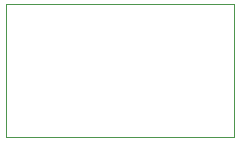
<source format=gbr>
G04 #@! TF.GenerationSoftware,KiCad,Pcbnew,(5.1.5)-2*
G04 #@! TF.CreationDate,2020-03-10T09:13:17+00:00*
G04 #@! TF.ProjectId,loco,6c6f636f-2e6b-4696-9361-645f70636258,rev?*
G04 #@! TF.SameCoordinates,Original*
G04 #@! TF.FileFunction,Profile,NP*
%FSLAX46Y46*%
G04 Gerber Fmt 4.6, Leading zero omitted, Abs format (unit mm)*
G04 Created by KiCad (PCBNEW (5.1.5)-2) date 2020-03-10 09:13:17*
%MOMM*%
%LPD*%
G04 APERTURE LIST*
%ADD10C,0.050000*%
G04 APERTURE END LIST*
D10*
X114046000Y-90805000D02*
X114046000Y-79502000D01*
X133350000Y-90805000D02*
X114046000Y-90805000D01*
X133350000Y-79502000D02*
X133350000Y-90805000D01*
X114046000Y-79502000D02*
X133350000Y-79502000D01*
M02*

</source>
